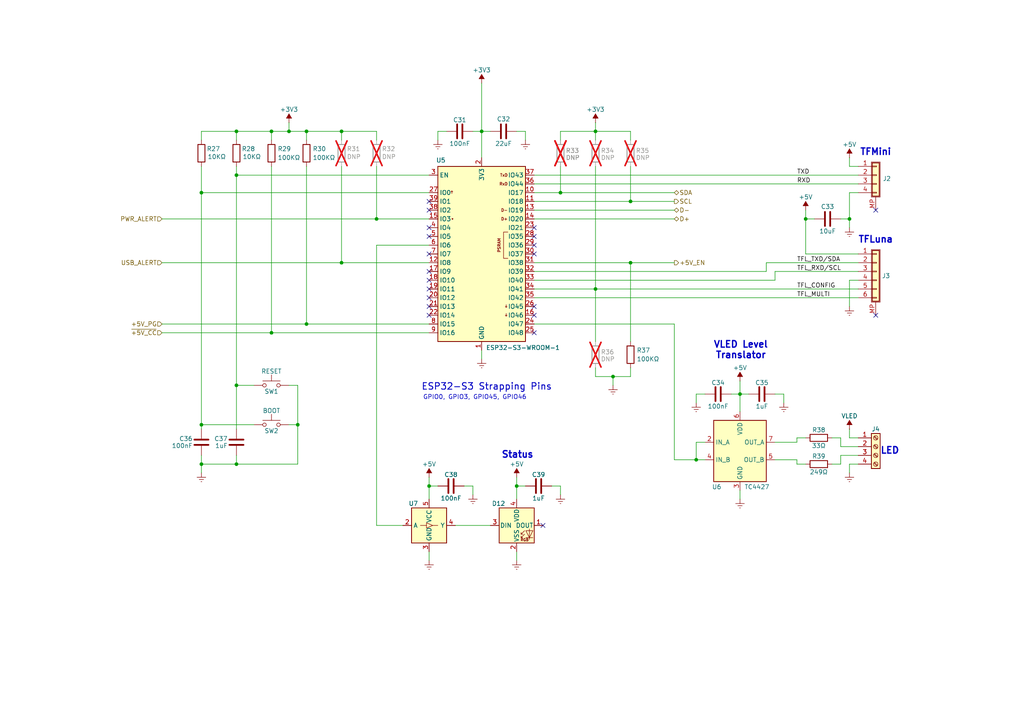
<source format=kicad_sch>
(kicad_sch (version 20250114) (generator "eeschema") (generator_version "9.0")
  (paper "A4")
  (title_block (title "ESPHome Parking Assistant") (date "02/20/2025") (rev "B") (company "Mike Lawrence"))
  (lib_symbols
    (symbol "Connector:Screw_Terminal_01x04" (pin_names (offset 1.016) (hide yes))
      (property "Reference" "J4" (at 0 5.08 0))
      (symbol "Screw_Terminal_01x04_1_1"
        (rectangle (start -1.27 3.81) (end 1.27 -6.35) (stroke (width 0.254)) (fill (type background)))
        (polyline (pts (xy -0.5334 2.8702) (xy 0.3302 2.032)) (stroke (width 0.1524)))
        (polyline (pts (xy -0.5334 0.3302) (xy 0.3302 -0.508)) (stroke (width 0.1524)))
        (polyline (pts (xy -0.5334 -2.2098) (xy 0.3302 -3.048)) (stroke (width 0.1524)))
        (polyline (pts (xy -0.5334 -4.7498) (xy 0.3302 -5.588)) (stroke (width 0.1524)))
        (polyline (pts (xy -0.3556 3.048) (xy 0.508 2.2098)) (stroke (width 0.1524)))
        (polyline (pts (xy -0.3556 0.508) (xy 0.508 -0.3302)) (stroke (width 0.1524)))
        (polyline (pts (xy -0.3556 -2.032) (xy 0.508 -2.8702)) (stroke (width 0.1524)))
        (polyline (pts (xy -0.3556 -4.572) (xy 0.508 -5.4102)) (stroke (width 0.1524)))
        (circle (center 0 2.54) (radius 0.635) (stroke (width 0.1524)))
        (circle (center 0 0) (radius 0.635) (stroke (width 0.1524)))
        (circle (center 0 -2.54) (radius 0.635) (stroke (width 0.1524)))
        (circle (center 0 -5.08) (radius 0.635) (stroke (width 0.1524)))
        (pin passive line (at -5.08 2.54 0) (length 3.81) (name "Pin_1") (number "1"))
        (pin passive line (at -5.08 0 0) (length 3.81) (name "Pin_2") (number "2"))
        (pin passive line (at -5.08 -2.54 0) (length 3.81) (name "Pin_3") (number "3"))
        (pin passive line (at -5.08 -5.08 0) (length 3.81) (name "Pin_4") (number "4"))
      )
    )
    (symbol "Connector_Generic_Shielded:Conn_01x04_Shielded" (pin_names (offset 1.016) (hide yes))
      (property "Reference" "J1" (at 2.032 -1.016 0))
      (symbol "Conn_01x04_Shielded_1_1"
        (rectangle (start -1.27 3.81) (end 1.27 -6.35) (stroke (width 0.1524)))
        (rectangle (start -1.016 3.556) (end 1.016 -6.096) (stroke (width 0.254)) (fill (type background)))
        (rectangle (start -1.016 2.667) (end 0.254 2.413) (stroke (width 0.1524)))
        (rectangle (start -1.016 0.127) (end 0.254 -0.127) (stroke (width 0.1524)))
        (rectangle (start -1.016 -2.413) (end 0.254 -2.667) (stroke (width 0.1524)))
        (rectangle (start -1.016 -4.953) (end 0.254 -5.207) (stroke (width 0.1524)))
        (pin passive line (at -5.08 2.54 0) (length 4.064) (name "Pin_1") (number "1"))
        (pin passive line (at -5.08 0 0) (length 4.064) (name "Pin_2") (number "2"))
        (pin passive line (at -5.08 -2.54 0) (length 4.064) (name "Pin_3") (number "3"))
        (pin passive line (at -5.08 -5.08 0) (length 4.064) (name "Pin_4") (number "4"))
        (pin passive line (at 0 -10.16 90) (length 3.81) (name "Mount_Point") (number "MP"))
      )
    )
    (symbol "Connector_Generic_Shielded:Conn_01x06_Shielded" (pin_names (offset 1.016) (hide yes))
      (property "Reference" "J3" (at 1.778 -1.27 0))
      (symbol "Conn_01x06_Shielded_1_1"
        (rectangle (start -1.27 6.35) (end 1.27 -8.89) (stroke (width 0.1524)))
        (rectangle (start -1.016 6.096) (end 1.016 -8.636) (stroke (width 0.254)) (fill (type background)))
        (rectangle (start -1.016 5.207) (end 0.254 4.953) (stroke (width 0.1524)))
        (rectangle (start -1.016 2.667) (end 0.254 2.413) (stroke (width 0.1524)))
        (rectangle (start -1.016 0.127) (end 0.254 -0.127) (stroke (width 0.1524)))
        (rectangle (start -1.016 -2.413) (end 0.254 -2.667) (stroke (width 0.1524)))
        (rectangle (start -1.016 -4.953) (end 0.254 -5.207) (stroke (width 0.1524)))
        (rectangle (start -1.016 -7.493) (end 0.254 -7.747) (stroke (width 0.1524)))
        (pin passive line (at -5.08 5.08 0) (length 4.064) (name "Pin_1") (number "1"))
        (pin passive line (at -5.08 2.54 0) (length 4.064) (name "Pin_2") (number "2"))
        (pin passive line (at -5.08 0 0) (length 4.064) (name "Pin_3") (number "3"))
        (pin passive line (at -5.08 -2.54 0) (length 4.064) (name "Pin_4") (number "4"))
        (pin passive line (at -5.08 -5.08 0) (length 4.064) (name "Pin_5") (number "5"))
        (pin passive line (at -5.08 -7.62 0) (length 4.064) (name "Pin_6") (number "6"))
        (pin passive line (at 0 -12.7 90) (length 3.81) (name "Mount_Point") (number "MP"))
      )
    )
    (symbol "Device:C" (pin_numbers (hide yes)) (pin_names (offset 0.254))
      (property "Reference" "C" (at 0.635 2.54 0))
      (property "Value" "C" (at 0.635 -2.54 0))
      (symbol "C_0_1"
        (polyline (pts (xy -2.032 0.762) (xy 2.032 0.762)) (stroke (width 0.508)))
        (polyline (pts (xy -2.032 -0.762) (xy 2.032 -0.762)) (stroke (width 0.508)))
      )
      (symbol "C_1_1"
        (pin passive line (at 0 3.81 270) (length 2.794) (name "~") (number "1"))
        (pin passive line (at 0 -3.81 90) (length 2.794) (name "~") (number "2"))
      )
    )
    (symbol "Device:R" (pin_numbers (hide yes)) (pin_names (offset 0))
      (property "Reference" "R" (at 2.032 0 90))
      (property "Value" "R" (at 0 0 90))
      (symbol "R_0_1"
        (rectangle (start -1.016 -2.54) (end 1.016 2.54) (stroke (width 0.254)))
      )
      (symbol "R_1_1"
        (pin passive line (at 0 3.81 270) (length 1.27) (name "~") (number "1"))
        (pin passive line (at 0 -3.81 90) (length 1.27) (name "~") (number "2"))
      )
    )
    (symbol "LED:WS2812B-2020" (pin_names (offset 0.254))
      (property "Reference" "D" (at 5.08 5.715 0))
      (property "Value" "WS2812B-2020" (at 1.27 -5.715 0))
      (symbol "WS2812B-2020_0_0"
        (text "RGB" (at 2.286 -4.191 0) (effects (font (size 0.762 0.762))))
      )
      (symbol "WS2812B-2020_0_1"
        (polyline (pts (xy 1.27 -2.54) (xy 1.778 -2.54)))
        (polyline (pts (xy 1.27 -3.556) (xy 1.778 -3.556)))
        (polyline (pts (xy 2.286 -1.524) (xy 1.27 -2.54) (xy 1.27 -2.032)))
        (polyline (pts (xy 2.286 -2.54) (xy 1.27 -3.556) (xy 1.27 -3.048)))
        (polyline (pts (xy 3.683 -1.016) (xy 3.683 -3.556) (xy 3.683 -4.064)))
        (polyline (pts (xy 4.699 -1.524) (xy 2.667 -1.524) (xy 3.683 -3.556) (xy 4.699 -1.524)))
        (polyline (pts (xy 4.699 -3.556) (xy 2.667 -3.556)))
        (rectangle (start 5.08 5.08) (end -5.08 -5.08) (stroke (width 0.254)) (fill (type background)))
      )
      (symbol "WS2812B-2020_1_1"
        (pin input line (at -7.62 0 0) (length 2.54) (name "DIN") (number "3"))
        (pin power_in line (at 0 7.62 270) (length 2.54) (name "VDD") (number "4"))
        (pin power_in line (at 0 -7.62 90) (length 2.54) (name "VSS") (number "2"))
        (pin output line (at 7.62 0 180) (length 2.54) (name "DOUT") (number "1"))
      )
    )
    (symbol "Logic_LevelTranslator:SN74LV1T34DBV"
      (property "Reference" "U" (at 5.08 6.35 0))
      (property "Value" "SN74LV1T34DBV" (at 5.08 3.81 0))
      (symbol "SN74LV1T34DBV_0_1"
        (rectangle (start -5.08 5.08) (end 5.08 -5.08) (stroke (width 0.254)) (fill (type background)))
        (polyline (pts (xy -0.762 0) (xy -2.54 0)))
        (polyline (pts (xy 1.016 0) (xy 2.54 0)))
      )
      (symbol "SN74LV1T34DBV_1_1"
        (polyline (pts (xy -0.762 -0.762) (xy -0.762 0.762) (xy 1.016 0) (xy -0.762 -0.762)))
        (pin input line (at -7.62 0 0) (length 2.54) (name "A") (number "2"))
        (pin no_connect line (at -5.08 2.54 0) (length 2.54) (hide yes) (name "NC") (number "1"))
        (pin power_in line (at 0 7.62 270) (length 2.54) (name "VCC") (number "5"))
        (pin power_in line (at 0 -7.62 90) (length 2.54) (name "GND") (number "3"))
        (pin output line (at 7.62 0 180) (length 2.54) (name "Y") (number "4"))
      )
    )
    (symbol "RF_Module:ESP32-S3-WROOM-1"
      (property "Reference" "U3" (at -12.446 -27.178 0))
      (property "Value" "ESP32-S3-WROOM-1" (at 1.27 -27.178 0))
      (symbol "ESP32-S3-WROOM-1_0_0"
        (rectangle (start -12.7 25.4) (end 12.7 -25.4) (stroke (width 0.254)) (fill (type background)))
      )
      (symbol "ESP32-S3-WROOM-1_0_1"
        (polyline (pts (xy 7.62 -1.27) (xy 6.35 -1.27) (xy 6.35 6.35) (xy 7.62 6.35)))
      )
      (symbol "ESP32-S3-WROOM-1_1_0"
        (polyline (pts (xy -8.636 18.288) (xy -8.89 18.034)))
        (polyline (pts (xy -8.636 17.526) (xy -8.636 18.288) (xy -8.382 18.034)))
        (polyline (pts (xy 7.112 -14.732) (xy 7.112 -15.494) (xy 7.366 -15.24)))
        (polyline (pts (xy 7.112 -15.494) (xy 6.858 -15.24)))
        (polyline (pts (xy 7.112 -17.272) (xy 7.112 -18.034) (xy 7.366 -17.78)))
        (polyline (pts (xy 7.112 -18.034) (xy 6.858 -17.78)))
        (text "*" (at -8.89 9.906 0) (effects (font (size 0.8382 0.8382)) (justify left)))
        (text "PSRAM" (at 5.08 2.54 900) (effects (font (size 0.8382 0.8382))))
        (text "TxD" (at 7.62 22.86 0) (effects (font (size 0.8382 0.8382)) (justify right)))
        (text "RxD" (at 7.62 20.32 0) (effects (font (size 0.8382 0.8382)) (justify right)))
        (text "D-" (at 7.62 12.7 0) (effects (font (size 0.8382 0.8382)) (justify right)))
        (text "D+" (at 7.62 10.16 0) (effects (font (size 0.8382 0.8382)) (justify right)))
      )
      (symbol "ESP32-S3-WROOM-1_1_1"
        (pin input line (at -15.24 22.86 0) (length 2.54) (name "EN") (number "3"))
        (pin bidirectional line (at -15.24 17.78 0) (length 2.54) (name "IO0") (number "27"))
        (pin bidirectional line (at -15.24 15.24 0) (length 2.54) (name "IO1") (number "39"))
        (pin bidirectional line (at -15.24 12.7 0) (length 2.54) (name "IO2") (number "38"))
        (pin bidirectional line (at -15.24 10.16 0) (length 2.54) (name "IO3") (number "15"))
        (pin bidirectional line (at -15.24 7.62 0) (length 2.54) (name "IO4") (number "4"))
        (pin bidirectional line (at -15.24 5.08 0) (length 2.54) (name "IO5") (number "5"))
        (pin bidirectional line (at -15.24 2.54 0) (length 2.54) (name "IO6") (number "6"))
        (pin bidirectional line (at -15.24 0 0) (length 2.54) (name "IO7") (number "7"))
        (pin bidirectional line (at -15.24 -2.54 0) (length 2.54) (name "IO8") (number "12"))
        (pin bidirectional line (at -15.24 -5.08 0) (length 2.54) (name "IO9") (number "17"))
        (pin bidirectional line (at -15.24 -7.62 0) (length 2.54) (name "IO10") (number "18"))
        (pin bidirectional line (at -15.24 -10.16 0) (length 2.54) (name "IO11") (number "19"))
        (pin bidirectional line (at -15.24 -12.7 0) (length 2.54) (name "IO12") (number "20"))
        (pin bidirectional line (at -15.24 -15.24 0) (length 2.54) (name "IO13") (number "21"))
        (pin bidirectional line (at -15.24 -17.78 0) (length 2.54) (name "IO14") (number "22"))
        (pin bidirectional line (at -15.24 -20.32 0) (length 2.54) (name "IO15") (number "8"))
        (pin bidirectional line (at -15.24 -22.86 0) (length 2.54) (name "IO16") (number "9"))
        (pin power_in line (at 0 27.94 270) (length 2.54) (name "3V3") (number "2"))
        (pin power_in line (at 0 -27.94 90) (length 2.54) (name "GND") (number "1"))
        (pin passive line (at 0 -27.94 90) (length 2.54) (hide yes) (name "GND") (number "40"))
        (pin passive line (at 0 -27.94 90) (length 2.54) (hide yes) (name "GND") (number "41"))
        (pin bidirectional line (at 15.24 22.86 180) (length 2.54) (name "IO43") (number "37"))
        (pin bidirectional line (at 15.24 20.32 180) (length 2.54) (name "IO44") (number "36"))
        (pin bidirectional line (at 15.24 17.78 180) (length 2.54) (name "IO17") (number "10"))
        (pin bidirectional line (at 15.24 15.24 180) (length 2.54) (name "IO18") (number "11"))
        (pin bidirectional line (at 15.24 12.7 180) (length 2.54) (name "IO19") (number "13"))
        (pin bidirectional line (at 15.24 10.16 180) (length 2.54) (name "IO20") (number "14"))
        (pin bidirectional line (at 15.24 7.62 180) (length 2.54) (name "IO21") (number "23"))
        (pin bidirectional line (at 15.24 5.08 180) (length 2.54) (name "IO35") (number "28"))
        (pin bidirectional line (at 15.24 2.54 180) (length 2.54) (name "IO36") (number "29"))
        (pin bidirectional line (at 15.24 0 180) (length 2.54) (name "IO37") (number "30"))
        (pin bidirectional line (at 15.24 -2.54 180) (length 2.54) (name "IO38") (number "31"))
        (pin bidirectional line (at 15.24 -5.08 180) (length 2.54) (name "IO39") (number "32"))
        (pin bidirectional line (at 15.24 -7.62 180) (length 2.54) (name "IO40") (number "33"))
        (pin bidirectional line (at 15.24 -10.16 180) (length 2.54) (name "IO41") (number "34"))
        (pin bidirectional line (at 15.24 -12.7 180) (length 2.54) (name "IO42") (number "35"))
        (pin bidirectional line (at 15.24 -15.24 180) (length 2.54) (name "IO45") (number "26"))
        (pin bidirectional line (at 15.24 -17.78 180) (length 2.54) (name "IO46") (number "16"))
        (pin bidirectional line (at 15.24 -20.32 180) (length 2.54) (name "IO47") (number "24"))
        (pin bidirectional line (at 15.24 -22.86 180) (length 2.54) (name "IO48") (number "25"))
      )
    )
    (symbol "Switch:SW_Push" (pin_numbers (hide yes)) (pin_names (offset 1.016) (hide yes))
      (property "Reference" "SW" (at 1.27 2.54 0))
      (property "Value" "SW_Push" (at 0 -1.524 0))
      (symbol "SW_Push_0_1"
        (circle (center -2.032 0) (radius 0.508))
        (polyline (pts (xy 0 1.27) (xy 0 3.048)))
        (circle (center 2.032 0) (radius 0.508))
        (polyline (pts (xy 2.54 1.27) (xy -2.54 1.27)))
        (pin passive line (at -5.08 0 0) (length 2.54) (name "1") (number "1"))
        (pin passive line (at 5.08 0 180) (length 2.54) (name "2") (number "2"))
      )
    )
    (symbol "TC4427:TC4427"
      (property "Reference" "U5" (at -8.128 -10.414 0))
      (property "Value" "TC4427" (at 1.27 -10.414 0))
      (symbol "TC4427_0_1"
        (rectangle (start -7.62 8.89) (end 7.62 -8.89) (stroke (width 0.254)) (fill (type background)))
      )
      (symbol "TC4427_1_1"
        (pin input line (at -10.16 2.54 0) (length 2.54) (name "IN_A") (number "2"))
        (pin bidirectional line (at -10.16 -2.54 0) (length 2.54) (name "IN_B") (number "4"))
        (pin no_connect line (at -10.16 -6.35 0) (length 2.54) (hide yes) (name "NC") (number "1"))
        (pin power_in line (at 0 11.43 270) (length 2.54) (name "VDD") (number "6"))
        (pin power_in line (at 0 -11.43 90) (length 2.54) (name "GND") (number "3"))
        (pin power_in line (at 10.16 2.54 180) (length 2.54) (name "OUT_A") (number "7"))
        (pin output line (at 10.16 -2.54 180) (length 2.54) (name "OUT_B") (number "5"))
        (pin no_connect line (at 10.16 -6.35 180) (length 2.54) (hide yes) (name "NC") (number "8"))
      )
    )
    (symbol "power-ML:GND" (power) (pin_names (offset 0))
      (symbol "GND_0_1"
        (polyline (pts (xy -0.635 -1.905) (xy 0.635 -1.905)))
        (polyline (pts (xy -0.127 -2.54) (xy 0.127 -2.54)))
        (polyline (pts (xy 0 -1.27) (xy 0 0)))
        (polyline (pts (xy 1.27 -1.27) (xy -1.27 -1.27)))
      )
      (symbol "GND_1_1"
        (pin power_in line (at 0 0 270) (length 0) (hide yes) (name "GND") (number "1"))
      )
    )
    (symbol "power:VS" (power) (pin_numbers (hide yes)) (pin_names (offset 0) (hide yes))
      (property "Value" "VS" (at 0 3.556 0))
      (symbol "VS_0_1"
        (polyline (pts (xy 0 0) (xy 0 2.54)))
        (polyline (pts (xy 0.762 1.27) (xy -0.762 1.27) (xy 0 2.54) (xy 0.762 1.27)) (fill (type outline)))
      )
      (symbol "VS_1_1"
        (pin power_in line (at 0 0 90) (length 0) (name "~") (number "1"))
      )
    )
  )
  (text "LED" (at 255.27 130.81 0) (effects (font (size 1.905 1.905) (thickness 0.381) (bold yes)) (justify left)))
  (text "GPIO0, GPIO3, GPIO45, GPIO46" (at 122.682 115.316 0) (effects (font (size 1.27 1.27) (thickness 0.1588)) (justify left)))
  (text "TFLuna" (at 254 69.596 0) (effects (font (size 1.905 1.905) (thickness 0.381) (bold yes))))
  (text "TFMini" (at 254 44.196 0) (effects (font (size 1.905 1.905) (thickness 0.381) (bold yes))))
  (text "VLED Level\nTranslator" (at 214.884 101.6 0) (effects (font (size 1.905 1.905) (thickness 0.381) (bold yes))))
  (text "ESP32-S3 Strapping Pins" (at 122.174 112.268 0) (effects (font (size 1.905 1.905) (thickness 0.254) (bold yes)) (justify left)))
  (text "Status" (at 150.114 133.096 0) (effects (font (size 1.905 1.905) (thickness 0.381) (bold yes)) (justify bottom)))
  (junction (at 172.72 38.1))
  (junction (at 78.74 38.1))
  (junction (at 201.93 133.35))
  (junction (at 88.9 93.98))
  (junction (at 68.58 111.76))
  (junction (at 177.8 109.22))
  (junction (at 149.86 140.97))
  (junction (at 58.42 123.19))
  (junction (at 88.9 38.1))
  (junction (at 68.58 38.1))
  (junction (at 139.7 38.1))
  (junction (at 58.42 55.88))
  (junction (at 68.58 50.8))
  (junction (at 182.88 58.42))
  (junction (at 124.46 140.97))
  (junction (at 233.68 63.5))
  (junction (at 58.42 134.62))
  (junction (at 86.36 123.19))
  (junction (at 182.88 76.2))
  (junction (at 214.63 114.3))
  (junction (at 162.56 55.88))
  (junction (at 83.82 38.1))
  (junction (at 68.58 134.62))
  (junction (at 109.22 63.5))
  (junction (at 99.06 76.2))
  (junction (at 99.06 38.1))
  (junction (at 246.38 63.5))
  (junction (at 78.74 96.52))
  (junction (at 172.72 83.82))
  (no_connect (at 157.48 152.4))
  (no_connect (at 154.94 88.9))
  (no_connect (at 154.94 68.58))
  (no_connect (at 254 60.96))
  (no_connect (at 124.46 58.42))
  (no_connect (at 124.46 91.44))
  (no_connect (at 124.46 83.82))
  (no_connect (at 124.46 60.96))
  (no_connect (at 124.46 68.58))
  (no_connect (at 254 91.44))
  (no_connect (at 124.46 88.9))
  (no_connect (at 154.94 73.66))
  (no_connect (at 124.46 78.74))
  (no_connect (at 124.46 66.04))
  (no_connect (at 154.94 96.52))
  (no_connect (at 124.46 86.36))
  (no_connect (at 124.46 81.28))
  (no_connect (at 154.94 66.04))
  (no_connect (at 124.46 73.66))
  (no_connect (at 154.94 71.12))
  (no_connect (at 154.94 91.44))
  (wire (pts (xy 58.42 134.62) (xy 68.58 134.62)))
  (wire (pts (xy 172.72 106.68) (xy 172.72 109.22)))
  (wire (pts (xy 46.99 96.52) (xy 78.74 96.52)))
  (wire (pts (xy 248.92 73.66) (xy 233.68 73.66)))
  (wire (pts (xy 154.94 50.8) (xy 248.92 50.8)))
  (wire (pts (xy 201.93 114.3) (xy 201.93 116.84)))
  (wire (pts (xy 231.14 134.62) (xy 231.14 133.35)))
  (wire (pts (xy 83.82 38.1) (xy 88.9 38.1)))
  (wire (pts (xy 246.38 124.46) (xy 246.38 127)))
  (wire (pts (xy 46.99 93.98) (xy 88.9 93.98)))
  (wire (pts (xy 246.38 134.62) (xy 246.38 137.16)))
  (wire (pts (xy 172.72 83.82) (xy 248.92 83.82)))
  (wire (pts (xy 129.54 38.1) (xy 127 38.1)))
  (wire (pts (xy 137.16 38.1) (xy 139.7 38.1)))
  (wire (pts (xy 233.68 63.5) (xy 233.68 73.66)))
  (wire (pts (xy 124.46 160.02) (xy 124.46 162.56)))
  (wire (pts (xy 182.88 76.2) (xy 182.88 99.06)))
  (wire (pts (xy 152.4 38.1) (xy 152.4 40.64)))
  (wire (pts (xy 149.86 138.43) (xy 149.86 140.97)))
  (wire (pts (xy 231.14 128.27) (xy 224.79 128.27)))
  (wire (pts (xy 99.06 48.26) (xy 99.06 76.2)))
  (wire (pts (xy 243.84 127) (xy 243.84 129.54)))
  (wire (pts (xy 78.74 96.52) (xy 124.46 96.52)))
  (wire (pts (xy 152.4 140.97) (xy 149.86 140.97)))
  (wire (pts (xy 88.9 38.1) (xy 88.9 40.64)))
  (wire (pts (xy 204.47 114.3) (xy 201.93 114.3)))
  (wire (pts (xy 246.38 63.5) (xy 246.38 66.04)))
  (wire (pts (xy 134.62 140.97) (xy 137.16 140.97)))
  (wire (pts (xy 214.63 114.3) (xy 214.63 119.38)))
  (wire (pts (xy 222.25 76.2) (xy 222.25 78.74)))
  (wire (pts (xy 248.92 81.28) (xy 246.38 81.28)))
  (wire (pts (xy 149.86 38.1) (xy 152.4 38.1)))
  (wire (pts (xy 109.22 48.26) (xy 109.22 63.5)))
  (wire (pts (xy 68.58 48.26) (xy 68.58 50.8)))
  (wire (pts (xy 160.02 140.97) (xy 162.56 140.97)))
  (wire (pts (xy 99.06 38.1) (xy 99.06 40.64)))
  (wire (pts (xy 214.63 110.49) (xy 214.63 114.3)))
  (wire (pts (xy 214.63 114.3) (xy 217.17 114.3)))
  (wire (pts (xy 224.79 81.28) (xy 154.94 81.28)))
  (wire (pts (xy 241.3 134.62) (xy 243.84 134.62)))
  (wire (pts (xy 233.68 134.62) (xy 231.14 134.62)))
  (wire (pts (xy 172.72 38.1) (xy 172.72 40.64)))
  (wire (pts (xy 68.58 111.76) (xy 73.66 111.76)))
  (wire (pts (xy 224.79 114.3) (xy 227.33 114.3)))
  (wire (pts (xy 243.84 129.54) (xy 248.92 129.54)))
  (wire (pts (xy 149.86 160.02) (xy 149.86 162.56)))
  (wire (pts (xy 124.46 140.97) (xy 127 140.97)))
  (wire (pts (xy 78.74 38.1) (xy 83.82 38.1)))
  (wire (pts (xy 46.99 63.5) (xy 109.22 63.5)))
  (wire (pts (xy 162.56 38.1) (xy 172.72 38.1)))
  (wire (pts (xy 68.58 132.08) (xy 68.58 134.62)))
  (wire (pts (xy 243.84 132.08) (xy 248.92 132.08)))
  (wire (pts (xy 162.56 48.26) (xy 162.56 55.88)))
  (wire (pts (xy 248.92 55.88) (xy 246.38 55.88)))
  (wire (pts (xy 154.94 83.82) (xy 172.72 83.82)))
  (wire (pts (xy 46.99 76.2) (xy 99.06 76.2)))
  (wire (pts (xy 99.06 76.2) (xy 124.46 76.2)))
  (wire (pts (xy 139.7 24.13) (xy 139.7 38.1)))
  (wire (pts (xy 201.93 133.35) (xy 204.47 133.35)))
  (wire (pts (xy 154.94 78.74) (xy 222.25 78.74)))
  (wire (pts (xy 172.72 35.56) (xy 172.72 38.1)))
  (wire (pts (xy 109.22 38.1) (xy 109.22 40.64)))
  (wire (pts (xy 139.7 38.1) (xy 142.24 38.1)))
  (wire (pts (xy 154.94 53.34) (xy 248.92 53.34)))
  (wire (pts (xy 58.42 55.88) (xy 124.46 55.88)))
  (wire (pts (xy 243.84 134.62) (xy 243.84 132.08)))
  (wire (pts (xy 204.47 128.27) (xy 201.93 128.27)))
  (wire (pts (xy 182.88 38.1) (xy 182.88 40.64)))
  (wire (pts (xy 172.72 48.26) (xy 172.72 83.82)))
  (wire (pts (xy 154.94 63.5) (xy 195.58 63.5)))
  (wire (pts (xy 88.9 48.26) (xy 88.9 93.98)))
  (wire (pts (xy 137.16 140.97) (xy 137.16 143.51)))
  (wire (pts (xy 99.06 38.1) (xy 109.22 38.1)))
  (wire (pts (xy 248.92 48.26) (xy 246.38 48.26)))
  (wire (pts (xy 109.22 71.12) (xy 124.46 71.12)))
  (wire (pts (xy 182.88 58.42) (xy 195.58 58.42)))
  (wire (pts (xy 248.92 134.62) (xy 246.38 134.62)))
  (wire (pts (xy 68.58 50.8) (xy 124.46 50.8)))
  (wire (pts (xy 182.88 76.2) (xy 195.58 76.2)))
  (wire (pts (xy 58.42 134.62) (xy 58.42 137.16)))
  (wire (pts (xy 243.84 63.5) (xy 246.38 63.5)))
  (wire (pts (xy 246.38 45.72) (xy 246.38 48.26)))
  (wire (pts (xy 88.9 93.98) (xy 124.46 93.98)))
  (wire (pts (xy 233.68 127) (xy 231.14 127)))
  (wire (pts (xy 78.74 38.1) (xy 78.74 40.64)))
  (wire (pts (xy 139.7 38.1) (xy 139.7 45.72)))
  (wire (pts (xy 154.94 86.36) (xy 248.92 86.36)))
  (wire (pts (xy 124.46 140.97) (xy 124.46 144.78)))
  (wire (pts (xy 86.36 123.19) (xy 83.82 123.19)))
  (wire (pts (xy 58.42 38.1) (xy 68.58 38.1)))
  (wire (pts (xy 149.86 140.97) (xy 149.86 144.78)))
  (wire (pts (xy 58.42 123.19) (xy 73.66 123.19)))
  (wire (pts (xy 127 38.1) (xy 127 40.64)))
  (wire (pts (xy 162.56 140.97) (xy 162.56 143.51)))
  (wire (pts (xy 195.58 93.98) (xy 195.58 133.35)))
  (wire (pts (xy 83.82 35.56) (xy 83.82 38.1)))
  (wire (pts (xy 68.58 134.62) (xy 86.36 134.62)))
  (wire (pts (xy 154.94 76.2) (xy 182.88 76.2)))
  (wire (pts (xy 154.94 55.88) (xy 162.56 55.88)))
  (wire (pts (xy 109.22 63.5) (xy 124.46 63.5)))
  (wire (pts (xy 224.79 78.74) (xy 224.79 81.28)))
  (wire (pts (xy 227.33 116.84) (xy 227.33 114.3)))
  (wire (pts (xy 231.14 133.35) (xy 224.79 133.35)))
  (wire (pts (xy 109.22 152.4) (xy 116.84 152.4)))
  (wire (pts (xy 83.82 111.76) (xy 86.36 111.76)))
  (wire (pts (xy 58.42 40.64) (xy 58.42 38.1)))
  (wire (pts (xy 195.58 133.35) (xy 201.93 133.35)))
  (wire (pts (xy 233.68 63.5) (xy 236.22 63.5)))
  (wire (pts (xy 154.94 93.98) (xy 195.58 93.98)))
  (wire (pts (xy 172.72 38.1) (xy 182.88 38.1)))
  (wire (pts (xy 246.38 55.88) (xy 246.38 63.5)))
  (wire (pts (xy 243.84 127) (xy 241.3 127)))
  (wire (pts (xy 78.74 48.26) (xy 78.74 96.52)))
  (wire (pts (xy 214.63 142.24) (xy 214.63 144.78)))
  (wire (pts (xy 231.14 127) (xy 231.14 128.27)))
  (wire (pts (xy 224.79 78.74) (xy 248.92 78.74)))
  (wire (pts (xy 172.72 83.82) (xy 172.72 99.06)))
  (wire (pts (xy 154.94 60.96) (xy 195.58 60.96)))
  (wire (pts (xy 246.38 127) (xy 248.92 127)))
  (wire (pts (xy 68.58 38.1) (xy 78.74 38.1)))
  (wire (pts (xy 68.58 50.8) (xy 68.58 111.76)))
  (wire (pts (xy 58.42 132.08) (xy 58.42 134.62)))
  (wire (pts (xy 182.88 106.68) (xy 182.88 109.22)))
  (wire (pts (xy 109.22 152.4) (xy 109.22 71.12)))
  (wire (pts (xy 162.56 55.88) (xy 195.58 55.88)))
  (wire (pts (xy 88.9 38.1) (xy 99.06 38.1)))
  (wire (pts (xy 182.88 48.26) (xy 182.88 58.42)))
  (wire (pts (xy 86.36 111.76) (xy 86.36 123.19)))
  (wire (pts (xy 58.42 55.88) (xy 58.42 123.19)))
  (wire (pts (xy 212.09 114.3) (xy 214.63 114.3)))
  (wire (pts (xy 58.42 123.19) (xy 58.42 124.46)))
  (wire (pts (xy 132.08 152.4) (xy 142.24 152.4)))
  (wire (pts (xy 58.42 48.26) (xy 58.42 55.88)))
  (wire (pts (xy 154.94 58.42) (xy 182.88 58.42)))
  (wire (pts (xy 124.46 138.43) (xy 124.46 140.97)))
  (wire (pts (xy 68.58 111.76) (xy 68.58 124.46)))
  (wire (pts (xy 139.7 101.6) (xy 139.7 104.14)))
  (wire (pts (xy 68.58 38.1) (xy 68.58 40.64)))
  (wire (pts (xy 222.25 76.2) (xy 248.92 76.2)))
  (wire (pts (xy 172.72 109.22) (xy 177.8 109.22)))
  (wire (pts (xy 86.36 123.19) (xy 86.36 134.62)))
  (wire (pts (xy 162.56 40.64) (xy 162.56 38.1)))
  (wire (pts (xy 201.93 128.27) (xy 201.93 133.35)))
  (wire (pts (xy 233.68 60.96) (xy 233.68 63.5)))
  (wire (pts (xy 177.8 109.22) (xy 177.8 111.76)))
  (wire (pts (xy 177.8 109.22) (xy 182.88 109.22)))
  (wire (pts (xy 246.38 81.28) (xy 246.38 88.9)))
  (label "TFL_CONFIG" (at 231.14 83.82 0))
  (label "TFL_TXD{slash}SDA" (at 231.14 76.2 0))
  (label "TFL_MULTI" (at 231.14 86.36 0))
  (label "RXD" (at 231.14 53.34 0))
  (label "TXD" (at 231.14 50.8 0))
  (label "TFL_RXD{slash}SCL" (at 231.14 78.74 0))
  (hierarchical_label "D+" (shape bidirectional) (at 195.58 63.5 0))
  (hierarchical_label "+5V_EN" (shape output) (at 195.58 76.2 0))
  (hierarchical_label "~{+5V_CC}" (shape input) (at 46.99 96.52 180))
  (hierarchical_label "SCL" (shape output) (at 195.58 58.42 0))
  (hierarchical_label "+5V_PG" (shape input) (at 46.99 93.98 180))
  (hierarchical_label "USB_ALERT" (shape input) (at 46.99 76.2 180))
  (hierarchical_label "PWR_ALERT" (shape input) (at 46.99 63.5 180))
  (hierarchical_label "SDA" (shape bidirectional) (at 195.58 55.88 0))
  (hierarchical_label "D-" (shape bidirectional) (at 195.58 60.96 0))
  (symbol (lib_id "power:VS") (at 149.86 138.43 0) (unit 1)
    (property "Reference" "#PWR052" (effects (hide yes)))
    (property "Value" "+5V" (at 149.86 134.62 0))
    (property "Description" "Power symbol creates a global label with name \"VS\"" (effects (hide yes)))
  )
  (symbol (lib_id "power-ML:GND") (at 246.38 66.04 0) (unit 1)
    (property "Reference" "#PWR041" (effects (hide yes)))
    (property "Value" "GND" (effects (hide yes)))
  )
  (symbol (lib_id "power-ML:GND") (at 127 40.64 0) (mirror y) (unit 1)
    (property "Reference" "#PWR037" (effects (hide yes)))
    (property "Value" "GND" (effects (hide yes)))
  )
  (symbol (lib_id "Device:R") (at 172.72 102.87 0) (unit 1) (dnp yes)
    (property "Reference" "R36" (at 174.244 102.108 0) (effects (justify left)))
    (property "Value" "DNP" (at 174.244 104.14 0) (effects (justify left)))
    (property "Footprint" "Resistor_SMD:R_0402_1005Metric" (effects (hide yes)))
    (property "Description" "Resistor, Do Not Populate, 0402" (effects (hide yes)))
    (property "Package" "0402" (effects (hide yes)))
    (property "Comment" "Resistor" (effects (hide yes)))
  )
  (symbol (lib_id "power-ML:GND") (at 201.93 116.84 0) (unit 1)
    (property "Reference" "#PWR046" (effects (hide yes)))
    (property "Value" "GND" (effects (hide yes)))
  )
  (symbol (lib_id "Device:R") (at 182.88 102.87 0) (unit 1)
    (property "Reference" "R37" (at 184.658 101.6 0) (effects (justify left)))
    (property "Value" "100KΩ" (at 184.658 104.14 0) (effects (justify left)))
    (property "Footprint" "Resistor_SMD:R_0402_1005Metric" (effects (hide yes)))
    (property "Description" "Resistor, 100KΩ, 62.5mW, 1%, 0402" (effects (hide yes)))
    (property "Package" "0402" (effects (hide yes)))
    (property "Comment" "100K Resistor" (effects (hide yes)))
    (property "LCSC" "C25741" (effects (hide yes)))
  )
  (symbol (lib_id "Device:R") (at 58.42 44.45 0) (unit 1)
    (property "Reference" "R27" (at 59.944 43.18 0) (effects (justify left)))
    (property "Value" "10KΩ" (at 60.198 45.466 0) (effects (justify left)))
    (property "Footprint" "Resistor_SMD:R_0402_1005Metric" (effects (hide yes)))
    (property "Description" "Resistor, 10KΩ, 62.5mW, 1%, 0402" (effects (hide yes)))
    (property "Package" "0402" (effects (hide yes)))
    (property "Comment" "10K Resistor" (effects (hide yes)))
    (property "LCSC" "C25531" (effects (hide yes)))
  )
  (symbol (lib_id "Device:R") (at 99.06 44.45 0) (unit 1) (dnp yes)
    (property "Reference" "R31" (at 100.584 43.18 0) (effects (justify left)))
    (property "Value" "DNP" (at 100.584 45.466 0) (effects (justify left)))
    (property "Footprint" "Resistor_SMD:R_0402_1005Metric" (effects (hide yes)))
    (property "Description" "Resistor, Do Not Populate, 0402" (effects (hide yes)))
    (property "Package" "0402" (effects (hide yes)))
    (property "Comment" "Resistor" (effects (hide yes)))
  )
  (symbol (lib_id "power:VS") (at 124.46 138.43 0) (unit 1)
    (property "Reference" "#PWR051" (effects (hide yes)))
    (property "Value" "+5V" (at 124.46 134.62 0))
    (property "Description" "Power symbol creates a global label with name \"VS\"" (effects (hide yes)))
  )
  (symbol (lib_id "power:VS") (at 246.38 124.46 0) (unit 1)
    (property "Reference" "#PWR048" (effects (hide yes)))
    (property "Value" "VLED" (at 246.38 120.65 0))
    (property "Description" "Power symbol creates a global label with name \"VS\"" (effects (hide yes)))
  )
  (symbol (lib_id "Connector_Generic_Shielded:Conn_01x06_Shielded") (at 254 78.74 0) (unit 1)
    (property "Reference" "J3" (at 255.778 80.01 0) (effects (justify left)))
    (property "Value" "533980671" (effects (hide yes)))
    (property "Footprint" "Connector_Molex:Molex_PicoBlade_53398-0671_1x06-1MP_P1.25mm_Vertical" (effects (hide yes)))
    (property "Datasheet" "https://www.molex.com/en-us/products/part-detail/533980671?display=pdf" (effects (hide yes)))
    (property "Description" "Connector, 1x6P, PicoBlade (MX 1.25)" (effects (hide yes)))
    (property "Comment" "533980671" (effects (hide yes)))
    (property "Manufacturer" "Molex" (effects (hide yes)))
    (property "Package" "SMD" (effects (hide yes)))
    (property "Part Number" "533980671" (effects (hide yes)))
    (property "LCSC" "C277393" (effects (hide yes)))
  )
  (symbol (lib_id "power-ML:GND") (at 246.38 137.16 0) (unit 1)
    (property "Reference" "#PWR050" (effects (hide yes)))
    (property "Value" "GND" (effects (hide yes)))
  )
  (symbol (lib_id "Device:R") (at 78.74 44.45 0) (unit 1)
    (property "Reference" "R29" (at 80.518 43.18 0) (effects (justify left)))
    (property "Value" "100KΩ" (at 80.518 45.72 0) (effects (justify left)))
    (property "Footprint" "Resistor_SMD:R_0402_1005Metric" (effects (hide yes)))
    (property "Description" "Resistor, 100KΩ, 62.5mW, 1%, 0402" (effects (hide yes)))
    (property "Package" "0402" (effects (hide yes)))
    (property "Comment" "100K Resistor" (effects (hide yes)))
    (property "LCSC" "C25741" (effects (hide yes)))
  )
  (symbol (lib_id "Device:R") (at 162.56 44.45 0) (unit 1) (dnp yes)
    (property "Reference" "R33" (at 164.084 43.688 0) (effects (justify left)))
    (property "Value" "DNP" (at 164.084 45.72 0) (effects (justify left)))
    (property "Footprint" "Resistor_SMD:R_0402_1005Metric" (effects (hide yes)))
    (property "Description" "Resistor, Do Not Populate, 0402" (effects (hide yes)))
    (property "Package" "0402" (effects (hide yes)))
    (property "Comment" "Resistor" (effects (hide yes)))
  )
  (symbol (lib_id "power-ML:GND") (at 227.33 116.84 0) (unit 1)
    (property "Reference" "#PWR047" (effects (hide yes)))
    (property "Value" "GND" (effects (hide yes)))
  )
  (symbol (lib_id "Device:C") (at 208.28 114.3 90) (unit 1)
    (property "Reference" "C34" (at 208.28 110.998 90))
    (property "Value" "100nF" (at 208.28 117.856 90))
    (property "Footprint" "Capacitor_SMD:C_0402_1005Metric" (effects (hide yes)))
    (property "Description" "Capacitor, 100nF, MLCC, 50V, X7R, 0402" (effects (hide yes)))
    (property "Manufacturer" "Samsung" (effects (hide yes)))
    (property "Part Number" "CL05B104KB54PNC" (effects (hide yes)))
    (property "Package" "0402" (effects (hide yes)))
    (property "Comment" "50V 100nF X7R 10% 0402 MLCC" (effects (hide yes)))
    (property "LCSC" "C307331" (effects (hide yes)))
  )
  (symbol (lib_id "Logic_LevelTranslator:SN74LV1T34DBV") (at 124.46 152.4 0) (unit 1)
    (property "Reference" "U7" (at 119.888 146.05 0))
    (property "Value" "SN74LV1T34DBV" (effects (hide yes)))
    (property "Footprint" "Package_TO_SOT_SMD:SOT-23-5" (effects (hide yes)))
    (property "Datasheet" "https://www.ti.com/lit/ds/symlink/sn74lv1t34.pdf" (effects (hide yes)))
    (property "Description" "IC, Single Power Supply, Single Buffer GATE, CMOS Logic, Level Shifter, SOT-23-5" (effects (hide yes)))
    (property "Comment" "SN74LV1T34DBV" (effects (hide yes)))
    (property "Package" "SOT-23-5" (effects (hide yes)))
    (property "Manufacturer" "Texas Instruments" (effects (hide yes)))
    (property "Part Number" "SN74LV1T34DBV" (effects (hide yes)))
    (property "LCSC" "C100024" (effects (hide yes)))
  )
  (symbol (lib_id "Device:R") (at 237.49 134.62 90) (mirror x) (unit 1)
    (property "Reference" "R39" (at 237.49 132.334 90))
    (property "Value" "249Ω" (at 237.49 136.906 90))
    (property "Footprint" "Resistor_SMD:R_1210_3225Metric" (effects (hide yes)))
    (property "Description" "Resistor, 249Ω, 500mW, 1%, 1210" (effects (hide yes)))
    (property "Package" "1210" (effects (hide yes)))
    (property "Comment" "249 Resistor" (effects (hide yes)))
    (property "LCSC" "C874850" (effects (hide yes)))
  )
  (symbol (lib_id "power:VS") (at 139.7 24.13 0) (unit 1)
    (property "Reference" "#PWR034" (effects (hide yes)))
    (property "Value" "+3V3" (at 139.7 20.32 0))
    (property "Description" "Power symbol creates a global label with name \"VS\"" (effects (hide yes)))
  )
  (symbol (lib_id "Switch:SW_Push") (at 78.74 111.76 0) (mirror y) (unit 1)
    (property "Reference" "SW1" (at 78.74 113.538 0))
    (property "Value" "RESET" (at 78.74 107.696 0))
    (property "Footprint" "Button_Switch_SMD:SW_SPST_B3U-1000P-B" (effects (hide yes)))
    (property "Datasheet" "https://omronfs.omron.com/en_US/ecb/products/pdf/en-b3u.pdf" (effects (hide yes)))
    (property "Description" "Switch, SMD" (effects (hide yes)))
    (property "Package" "SMD, 3x2.5mm" (effects (hide yes)))
    (property "Comment" "B3U-1000P" (effects (hide yes)))
    (property "Part Number" "B3U-1000P" (effects (hide yes)))
    (property "Manufacturer" "Omron" (effects (hide yes)))
    (property "LCSC" "C231329" (effects (hide yes)))
    (property "FT Rotation Offset" "90" (effects (hide yes)))
  )
  (symbol (lib_id "Device:C") (at 130.81 140.97 90) (unit 1)
    (property "Reference" "C38" (at 130.81 137.668 90))
    (property "Value" "100nF" (at 130.81 144.526 90))
    (property "Footprint" "Capacitor_SMD:C_0402_1005Metric" (effects (hide yes)))
    (property "Description" "Capacitor, 100nF, MLCC, 50V, X7R, 0402" (effects (hide yes)))
    (property "Manufacturer" "Samsung" (effects (hide yes)))
    (property "Part Number" "CL05B104KB54PNC" (effects (hide yes)))
    (property "Package" "0402" (effects (hide yes)))
    (property "Comment" "50V 100nF X7R 10% 0402 MLCC" (effects (hide yes)))
    (property "LCSC" "C307331" (effects (hide yes)))
  )
  (symbol (lib_id "power:VS") (at 246.38 45.72 0) (unit 1)
    (property "Reference" "#PWR039" (effects (hide yes)))
    (property "Value" "+5V" (at 246.38 41.91 0))
    (property "Description" "Power symbol creates a global label with name \"VS\"" (effects (hide yes)))
  )
  (symbol (lib_id "Device:R") (at 88.9 44.45 0) (unit 1)
    (property "Reference" "R30" (at 90.678 43.18 0) (effects (justify left)))
    (property "Value" "100KΩ" (at 90.678 45.72 0) (effects (justify left)))
    (property "Footprint" "Resistor_SMD:R_0402_1005Metric" (effects (hide yes)))
    (property "Description" "Resistor, 100KΩ, 62.5mW, 1%, 0402" (effects (hide yes)))
    (property "Package" "0402" (effects (hide yes)))
    (property "Comment" "100K Resistor" (effects (hide yes)))
    (property "LCSC" "C25741" (effects (hide yes)))
  )
  (symbol (lib_id "power-ML:GND") (at 58.42 137.16 0) (unit 1)
    (property "Reference" "#PWR049" (effects (hide yes)))
    (property "Value" "GND" (effects (hide yes)))
  )
  (symbol (lib_id "Device:R") (at 182.88 44.45 0) (unit 1) (dnp yes)
    (property "Reference" "R35" (at 184.404 43.688 0) (effects (justify left)))
    (property "Value" "DNP" (at 184.404 45.72 0) (effects (justify left)))
    (property "Footprint" "Resistor_SMD:R_0402_1005Metric" (effects (hide yes)))
    (property "Description" "Resistor, Do Not Populate, 0402" (effects (hide yes)))
    (property "Package" "0402" (effects (hide yes)))
    (property "Comment" "Resistor" (effects (hide yes)))
  )
  (symbol (lib_id "power:VS") (at 214.63 110.49 0) (unit 1)
    (property "Reference" "#PWR044" (effects (hide yes)))
    (property "Value" "+5V" (at 214.63 106.68 0))
    (property "Description" "Power symbol creates a global label with name \"VS\"" (effects (hide yes)))
  )
  (symbol (lib_id "Device:C") (at 58.42 128.27 180) (unit 1)
    (property "Reference" "C36" (at 55.88 127.254 0) (effects (justify left)))
    (property "Value" "100nF" (at 55.88 129.286 0) (effects (justify left)))
    (property "Footprint" "Capacitor_SMD:C_0402_1005Metric" (effects (hide yes)))
    (property "Description" "Capacitor, 100nF, MLCC, 50V, X7R, 0402" (effects (hide yes)))
    (property "Manufacturer" "Samsung" (effects (hide yes)))
    (property "Part Number" "CL05B104KB54PNC" (effects (hide yes)))
    (property "Package" "0402" (effects (hide yes)))
    (property "Comment" "50V 100nF X7R 10% 0402 MLCC" (effects (hide yes)))
    (property "LCSC" "C307331" (effects (hide yes)))
  )
  (symbol (lib_id "TC4427:TC4427") (at 214.63 130.81 0) (unit 1)
    (property "Reference" "U6" (at 206.502 141.224 0) (effects (justify left)))
    (property "Value" "TC4427" (at 215.9 141.224 0) (effects (justify left)))
    (property "Footprint" "Package_SO:SOIC-8_3.9x4.9mm_P1.27mm" (effects (hide yes)))
    (property "Datasheet" "https://www.microchip.com/en-us/product/tc4427#Documentation" (effects (hide yes)))
    (property "Description" "IC, Dual 1.5A MOSFET Driver, SOIC-8" (effects (hide yes)))
    (property "Comment" "TC4427VOA" (effects (hide yes)))
    (property "Manufacturer" "Microchip" (effects (hide yes)))
    (property "Package" "SOIC-8" (effects (hide yes)))
    (property "Part Number" "TC4427VOA" (effects (hide yes)))
    (property "LCSC" "C636893" (effects (hide yes)))
  )
  (symbol (lib_id "power-ML:GND") (at 149.86 162.56 0) (unit 1)
    (property "Reference" "#PWR057" (effects (hide yes)))
    (property "Value" "GND" (effects (hide yes)))
  )
  (symbol (lib_id "power-ML:GND") (at 139.7 104.14 0) (unit 1)
    (property "Reference" "#PWR043" (effects (hide yes)))
    (property "Value" "GND" (effects (hide yes)))
  )
  (symbol (lib_id "power-ML:GND") (at 162.56 143.51 0) (unit 1)
    (property "Reference" "#PWR054" (effects (hide yes)))
    (property "Value" "GND" (effects (hide yes)))
  )
  (symbol (lib_id "power-ML:GND") (at 152.4 40.64 0) (mirror y) (unit 1)
    (property "Reference" "#PWR038" (effects (hide yes)))
    (property "Value" "GND" (effects (hide yes)))
  )
  (symbol (lib_id "Device:C") (at 146.05 38.1 90) (mirror x) (unit 1)
    (property "Reference" "C32" (at 146.05 34.544 90))
    (property "Value" "22uF" (at 146.05 41.656 90))
    (property "Footprint" "Capacitor_SMD:C_0805_2012Metric" (effects (hide yes)))
    (property "Description" "Capacitor, 22uF, MLCC, 10V, X5R, 20%, 0805" (effects (hide yes)))
    (property "Manufacturer" "Taio Yuden" (effects (hide yes)))
    (property "Part Number" "LMK212BJ226MG-T" (effects (hide yes)))
    (property "Package" "0805" (effects (hide yes)))
    (property "Comment" "10V 22uF X5R 20% 0805 MLCC" (effects (hide yes)))
    (property "ESR" "5.6mΩ" (effects (hide yes)))
    (property "LCSC" "C92814" (effects (hide yes)))
  )
  (symbol (lib_id "Device:R") (at 68.58 44.45 0) (unit 1)
    (property "Reference" "R28" (at 70.104 43.18 0) (effects (justify left)))
    (property "Value" "10KΩ" (at 70.358 45.466 0) (effects (justify left)))
    (property "Footprint" "Resistor_SMD:R_0402_1005Metric" (effects (hide yes)))
    (property "Description" "Resistor, 10KΩ, 62.5mW, 1%, 0402" (effects (hide yes)))
    (property "Package" "0402" (effects (hide yes)))
    (property "Comment" "10K Resistor" (effects (hide yes)))
    (property "LCSC" "C25531" (effects (hide yes)))
  )
  (symbol (lib_id "power-ML:GND") (at 246.38 88.9 0) (unit 1)
    (property "Reference" "#PWR042" (effects (hide yes)))
    (property "Value" "GND" (effects (hide yes)))
  )
  (symbol (lib_id "Device:C") (at 133.35 38.1 90) (unit 1)
    (property "Reference" "C31" (at 133.35 34.798 90))
    (property "Value" "100nF" (at 133.35 41.656 90))
    (property "Footprint" "Capacitor_SMD:C_0402_1005Metric" (effects (hide yes)))
    (property "Description" "Capacitor, 100nF, MLCC, 50V, X7R, 0402" (effects (hide yes)))
    (property "Manufacturer" "Samsung" (effects (hide yes)))
    (property "Part Number" "CL05B104KB54PNC" (effects (hide yes)))
    (property "Package" "0402" (effects (hide yes)))
    (property "Comment" "50V 100nF X7R 10% 0402 MLCC" (effects (hide yes)))
    (property "LCSC" "C307331" (effects (hide yes)))
  )
  (symbol (lib_id "power:VS") (at 172.72 35.56 0) (unit 1)
    (property "Reference" "#PWR036" (effects (hide yes)))
    (property "Value" "+3V3" (at 172.72 31.75 0))
    (property "Description" "Power symbol creates a global label with name \"VS\"" (effects (hide yes)))
  )
  (symbol (lib_id "Connector_Generic_Shielded:Conn_01x04_Shielded") (at 254 50.8 0) (unit 1)
    (property "Reference" "J2" (at 256.032 51.816 0) (effects (justify left)))
    (property "Value" "533980471" (effects (hide yes)))
    (property "Footprint" "Connector_Molex:Molex_PicoBlade_53398-0471_1x04-1MP_P1.25mm_Vertical" (effects (hide yes)))
    (property "Description" "Connector, 1x4P, PicoBlade (MX 1.25)" (effects (hide yes)))
    (property "Manufacturer" "Molex" (effects (hide yes)))
    (property "Part Number" "533980471" (effects (hide yes)))
    (property "Package" "SMD" (effects (hide yes)))
    (property "Comment" "533980471" (effects (hide yes)))
    (property "LCSC" "C17617036" (effects (hide yes)))
  )
  (symbol (lib_id "RF_Module:ESP32-S3-WROOM-1") (at 139.7 73.66 0) (unit 1)
    (property "Reference" "U5" (at 126.492 46.482 0) (effects (justify left)))
    (property "Value" "ESP32-S3-WROOM-1" (at 140.97 100.838 0) (effects (justify left)))
    (property "Footprint" "RF_Module:ESP32-S3-WROOM-1" (effects (hide yes)))
    (property "Datasheet" "https://www.espressif.com/sites/default/files/documentation/esp32-s3-wroom-1_wroom-1u_datasheet_en.pdf" (effects (hide yes)))
    (property "Description" "RF Module, ESP32-S3 SoC, Wi-Fi 802.11b/g/n, Bluetooth, BLE, 32-bit, 3.3V, onboard antenna, SMD" (effects (hide yes)))
    (property "Manufacturer" "Espressif" (effects (hide yes)))
    (property "Part Number" "ESP32-S3-WROOM-1-N8R8" (effects (hide yes)))
    (property "Package" "SMD, 25.5x18mm" (effects (hide yes)))
    (property "Comment" "ESP32-S3-WROOM-1-N8R8" (effects (hide yes)))
    (property "LCSC" "C2913201" (effects (hide yes)))
    (property "FT Position Offset" "0, -3.683" (effects (hide yes)))
  )
  (symbol (lib_id "Device:R") (at 172.72 44.45 0) (unit 1) (dnp yes)
    (property "Reference" "R34" (at 174.244 43.688 0) (effects (justify left)))
    (property "Value" "DNP" (at 174.244 45.72 0) (effects (justify left)))
    (property "Footprint" "Resistor_SMD:R_0402_1005Metric" (effects (hide yes)))
    (property "Description" "Resistor, Do Not Populate, 0402" (effects (hide yes)))
    (property "Package" "0402" (effects (hide yes)))
    (property "Comment" "Resistor" (effects (hide yes)))
  )
  (symbol (lib_id "Switch:SW_Push") (at 78.74 123.19 0) (mirror y) (unit 1)
    (property "Reference" "SW2" (at 78.74 124.968 0))
    (property "Value" "BOOT" (at 78.74 119.126 0))
    (property "Footprint" "Button_Switch_SMD:SW_SPST_B3U-1000P-B" (effects (hide yes)))
    (property "Datasheet" "https://omronfs.omron.com/en_US/ecb/products/pdf/en-b3u.pdf" (effects (hide yes)))
    (property "Description" "Switch, SMD" (effects (hide yes)))
    (property "Package" "SMD, 3x2.5mm" (effects (hide yes)))
    (property "Comment" "B3U-1000P" (effects (hide yes)))
    (property "Part Number" "B3U-1000P" (effects (hide yes)))
    (property "Manufacturer" "Omron" (effects (hide yes)))
    (property "LCSC" "C231329" (effects (hide yes)))
    (property "FT Rotation Offset" "90" (effects (hide yes)))
  )
  (symbol (lib_id "Device:R") (at 109.22 44.45 0) (unit 1) (dnp yes)
    (property "Reference" "R32" (at 110.744 43.18 0) (effects (justify left)))
    (property "Value" "DNP" (at 110.744 45.466 0) (effects (justify left)))
    (property "Footprint" "Resistor_SMD:R_0402_1005Metric" (effects (hide yes)))
    (property "Description" "Resistor, Do Not Populate, 0402" (effects (hide yes)))
    (property "Package" "0402" (effects (hide yes)))
    (property "Comment" "Resistor" (effects (hide yes)))
  )
  (symbol (lib_id "LED:WS2812B-2020") (at 149.86 152.4 0) (unit 1)
    (property "Reference" "D12" (at 146.558 146.05 0) (effects (justify right)))
    (property "Value" "WS2812B-2020" (effects (hide yes)))
    (property "Footprint" "LED_SMD:LED_WS2812B-2020_PLCC4_2.0x2.0mm" (effects (hide yes)))
    (property "Datasheet" "https://cdn-shop.adafruit.com/product-files/4684/4684_WS2812B-2020_V1.3_EN.pdf" (effects (hide yes)))
    (property "Description" "RGB LED with integrated controller, 2.0 x 2.0 mm, 12 mA" (effects (hide yes)))
    (property "Package" "SMD, 2x2mm" (effects (hide yes)))
    (property "Comment" "WS2812B-2020" (effects (hide yes)))
    (property "Part Number" "WS2812B-2020" (effects (hide yes)))
    (property "Manufacturer" "Worldsemi" (effects (hide yes)))
    (property "LCSC" "C965555" (effects (hide yes)))
  )
  (symbol (lib_id "power:VS") (at 233.68 60.96 0) (unit 1)
    (property "Reference" "#PWR040" (effects (hide yes)))
    (property "Value" "+5V" (at 233.68 57.15 0))
    (property "Description" "Power symbol creates a global label with name \"VS\"" (effects (hide yes)))
  )
  (symbol (lib_id "Device:C") (at 68.58 128.27 0) (unit 1)
    (property "Reference" "C37" (at 66.04 127.254 0) (effects (justify right)))
    (property "Value" "1uF" (at 66.04 129.286 0) (effects (justify right)))
    (property "Footprint" "Capacitor_SMD:C_0603_1608Metric" (effects (hide yes)))
    (property "Description" "Capacitor, 1uF, MLCC, 50V, X5R, 10%, 0603" (effects (hide yes)))
    (property "Package" "0603" (effects (hide yes)))
    (property "Comment" "50V 1uF X5R 10% 0603 MLCC" (effects (hide yes)))
    (property "Manufacturer" "Samsung" (effects (hide yes)))
    (property "Part Number" "CL10A105KB8NNNC" (effects (hide yes)))
    (property "ESR" "11mΩ" (effects (hide yes)))
    (property "LCSC" "C15849" (effects (hide yes)))
  )
  (symbol (lib_id "Device:C") (at 240.03 63.5 90) (mirror x) (unit 1)
    (property "Reference" "C33" (at 240.03 59.944 90))
    (property "Value" "10uF" (at 240.03 67.056 90))
    (property "Footprint" "Capacitor_SMD:C_1206_3216Metric" (effects (hide yes)))
    (property "Description" "Capacitor, 10uF, MLCC, 50V, X5R, 10%, 1206" (effects (hide yes)))
    (property "Manufacturer" "Samsung" (effects (hide yes)))
    (property "Part Number" "CL31A106KBHNNNE" (effects (hide yes)))
    (property "Package" "1206" (effects (hide yes)))
    (property "Comment" "50V 10uF X5R 10% 1206 MLCC" (effects (hide yes)))
    (property "ESR" "4.8mΩ" (effects (hide yes)))
    (property "LCSC" "C13585" (effects (hide yes)))
  )
  (symbol (lib_id "power-ML:GND") (at 177.8 111.76 0) (unit 1)
    (property "Reference" "#PWR045" (effects (hide yes)))
    (property "Value" "GND" (effects (hide yes)))
  )
  (symbol (lib_id "Device:R") (at 237.49 127 90) (mirror x) (unit 1)
    (property "Reference" "R38" (at 237.49 124.714 90))
    (property "Value" "33Ω" (at 237.49 129.286 90))
    (property "Footprint" "Resistor_SMD:R_1210_3225Metric" (effects (hide yes)))
    (property "Description" "Resistor, 33Ω, 500mW, 1%, 1210" (effects (hide yes)))
    (property "Package" "1210" (effects (hide yes)))
    (property "Comment" "33R Resistor" (effects (hide yes)))
    (property "LCSC" "C105005" (effects (hide yes)))
  )
  (symbol (lib_id "Device:C") (at 156.21 140.97 90) (unit 1)
    (property "Reference" "C39" (at 156.21 137.668 90))
    (property "Value" "1uF" (at 156.21 144.526 90))
    (property "Footprint" "Capacitor_SMD:C_0603_1608Metric" (effects (hide yes)))
    (property "Description" "Capacitor, 1uF, MLCC, 50V, X5R, 10%, 0603" (effects (hide yes)))
    (property "Manufacturer" "Samsung" (effects (hide yes)))
    (property "Part Number" "CL10A105KB8NNNC" (effects (hide yes)))
    (property "Package" "0603" (effects (hide yes)))
    (property "Comment" "50V 1uF X5R 10% 0603 MLCC" (effects (hide yes)))
    (property "ESR" "11mΩ" (effects (hide yes)))
    (property "LCSC" "C15849" (effects (hide yes)))
  )
  (symbol (lib_id "power:VS") (at 83.82 35.56 0) (unit 1)
    (property "Reference" "#PWR035" (effects (hide yes)))
    (property "Value" "+3V3" (at 83.82 31.75 0))
    (property "Description" "Power symbol creates a global label with name \"VS\"" (effects (hide yes)))
  )
  (symbol (lib_id "Connector:Screw_Terminal_01x04") (at 254 129.54 0) (unit 1)
    (property "Reference" "J4" (at 254 124.46 0))
    (property "Value" "Screw_Terminal_01x04" (effects (hide yes)))
    (property "Footprint" "Connector_Phoenix_MC:PhoenixContact_MC_1,5_4-GF-3.5_1x04_P3.50mm_Horizontal_ThreadedFlange_MountHole" (effects (hide yes)))
    (property "Description" "Connector, 4-Position, 3.5mm, Header, Mate: 1847071" (effects (hide yes)))
    (property "Manufacturer" "Phoenix Contact" (effects (hide yes)))
    (property "Part Number" "1843813" (effects (hide yes)))
    (property "Comment" "1843813" (effects (hide yes)))
    (property "Package" "THT" (effects (hide yes)))
  )
  (symbol (lib_id "power-ML:GND") (at 214.63 144.78 0) (unit 1)
    (property "Reference" "#PWR055" (effects (hide yes)))
    (property "Value" "GND" (effects (hide yes)))
  )
  (symbol (lib_id "power-ML:GND") (at 137.16 143.51 0) (unit 1)
    (property "Reference" "#PWR053" (effects (hide yes)))
    (property "Value" "GND" (effects (hide yes)))
  )
  (symbol (lib_id "power-ML:GND") (at 124.46 162.56 0) (unit 1)
    (property "Reference" "#PWR056" (effects (hide yes)))
    (property "Value" "GND" (effects (hide yes)))
  )
  (symbol (lib_id "Device:C") (at 220.98 114.3 270) (unit 1)
    (property "Reference" "C35" (at 220.98 110.998 90))
    (property "Value" "1uF" (at 220.98 117.856 90))
    (property "Footprint" "Capacitor_SMD:C_0603_1608Metric" (effects (hide yes)))
    (property "Description" "Capacitor, 1uF, MLCC, 50V, X5R, 10%, 0603" (effects (hide yes)))
    (property "Package" "0603" (effects (hide yes)))
    (property "Comment" "50V 1uF X5R 10% 0603 MLCC" (effects (hide yes)))
    (property "Manufacturer" "Samsung" (effects (hide yes)))
    (property "Part Number" "CL10A105KB8NNNC" (effects (hide yes)))
    (property "ESR" "11mΩ" (effects (hide yes)))
    (property "LCSC" "C15849" (effects (hide yes)))
  )
)
</source>
